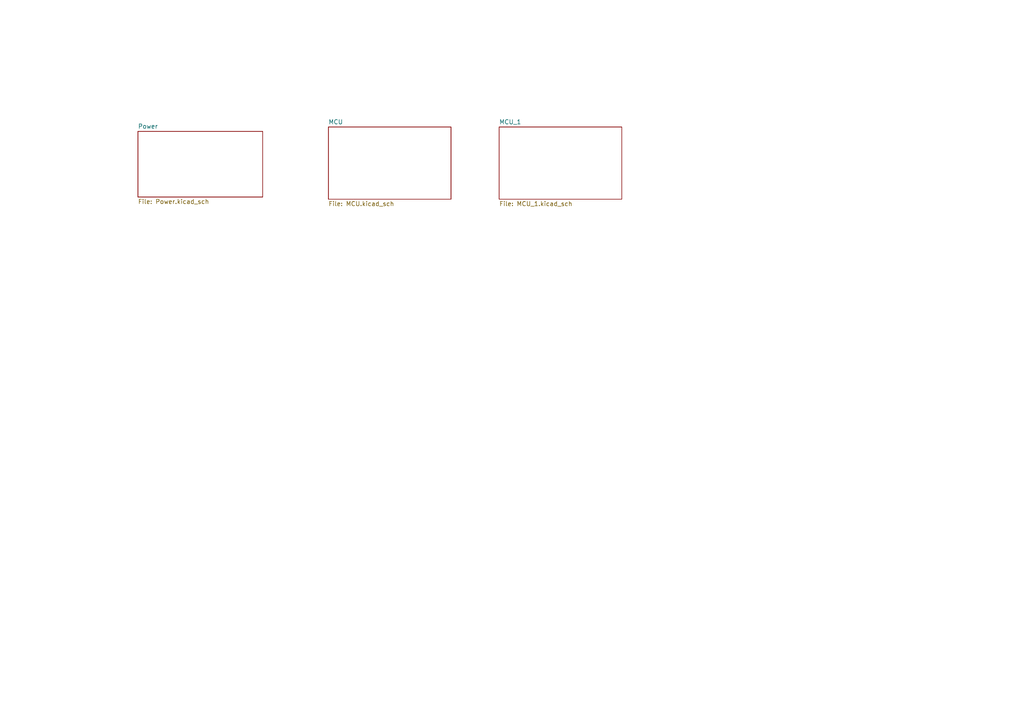
<source format=kicad_sch>
(kicad_sch (version 20211123) (generator eeschema)

  (uuid c212aae5-894d-4439-8e76-4e438911b4f8)

  (paper "A4")

  (lib_symbols
  )


  (sheet (at 95.25 36.83) (size 35.56 20.955) (fields_autoplaced)
    (stroke (width 0.1524) (type solid) (color 0 0 0 0))
    (fill (color 0 0 0 0.0000))
    (uuid 43c0cb35-7964-4b4c-bb68-16608f9b71c5)
    (property "Sheet name" "MCU" (id 0) (at 95.25 36.1184 0)
      (effects (font (size 1.27 1.27)) (justify left bottom))
    )
    (property "Sheet file" "MCU.kicad_sch" (id 1) (at 95.25 58.3696 0)
      (effects (font (size 1.27 1.27)) (justify left top))
    )
  )

  (sheet (at 40.005 38.1) (size 36.195 19.05) (fields_autoplaced)
    (stroke (width 0.1524) (type solid) (color 0 0 0 0))
    (fill (color 0 0 0 0.0000))
    (uuid 74b6f7df-3748-44c3-a5f2-484b58d43cc3)
    (property "Sheet name" "Power" (id 0) (at 40.005 37.3884 0)
      (effects (font (size 1.27 1.27)) (justify left bottom))
    )
    (property "Sheet file" "Power.kicad_sch" (id 1) (at 40.005 57.7346 0)
      (effects (font (size 1.27 1.27)) (justify left top))
    )
  )

  (sheet (at 144.78 36.83) (size 35.56 20.955) (fields_autoplaced)
    (stroke (width 0.1524) (type solid) (color 0 0 0 0))
    (fill (color 0 0 0 0.0000))
    (uuid dfffd2cd-4619-4efc-9ed5-333a57e7c91c)
    (property "Sheet name" "MCU_1" (id 0) (at 144.78 36.1184 0)
      (effects (font (size 1.27 1.27)) (justify left bottom))
    )
    (property "Sheet file" "MCU_1.kicad_sch" (id 1) (at 144.78 58.3696 0)
      (effects (font (size 1.27 1.27)) (justify left top))
    )
  )

  (sheet_instances
    (path "/" (page "1"))
    (path "/74b6f7df-3748-44c3-a5f2-484b58d43cc3" (page "2"))
    (path "/43c0cb35-7964-4b4c-bb68-16608f9b71c5" (page "3"))
    (path "/dfffd2cd-4619-4efc-9ed5-333a57e7c91c" (page "4"))
  )

  (symbol_instances
    (path "/74b6f7df-3748-44c3-a5f2-484b58d43cc3/ddff6ca0-58f5-41b0-b926-62d25fc4ff54"
      (reference "#FLG01") (unit 1) (value "PWR_FLAG") (footprint "")
    )
    (path "/74b6f7df-3748-44c3-a5f2-484b58d43cc3/feab130c-0067-4156-81fc-6a6946db51ce"
      (reference "#PWR01") (unit 1) (value "+5V") (footprint "")
    )
    (path "/74b6f7df-3748-44c3-a5f2-484b58d43cc3/8e1d27b9-af9a-47a5-ab9f-99998e767338"
      (reference "#PWR02") (unit 1) (value "+5V") (footprint "")
    )
    (path "/74b6f7df-3748-44c3-a5f2-484b58d43cc3/78480662-9809-42cb-84f1-774e0fa1a6a9"
      (reference "#PWR03") (unit 1) (value "GND") (footprint "")
    )
    (path "/74b6f7df-3748-44c3-a5f2-484b58d43cc3/a2aafaa2-4b94-49ae-826e-4a4f9776a498"
      (reference "#PWR04") (unit 1) (value "GND") (footprint "")
    )
    (path "/74b6f7df-3748-44c3-a5f2-484b58d43cc3/9fb0e82b-bfab-44ef-bfb3-6cc9623839f4"
      (reference "#PWR05") (unit 1) (value "GND") (footprint "")
    )
    (path "/74b6f7df-3748-44c3-a5f2-484b58d43cc3/08f7e544-cba4-4466-9162-2a1e6738b281"
      (reference "#PWR06") (unit 1) (value "GND") (footprint "")
    )
    (path "/74b6f7df-3748-44c3-a5f2-484b58d43cc3/ee239779-73f3-4864-b9cd-f2dc119a71d5"
      (reference "#PWR07") (unit 1) (value "+3V3") (footprint "")
    )
    (path "/74b6f7df-3748-44c3-a5f2-484b58d43cc3/900012f7-763b-4345-b7d8-b1edb28ffe07"
      (reference "#PWR08") (unit 1) (value "GND") (footprint "")
    )
    (path "/74b6f7df-3748-44c3-a5f2-484b58d43cc3/ade11efc-bba7-4866-9118-71e9b04008cf"
      (reference "#PWR09") (unit 1) (value "+5V") (footprint "")
    )
    (path "/74b6f7df-3748-44c3-a5f2-484b58d43cc3/c0fcee1e-19bf-4fa2-9195-14ef548890dd"
      (reference "#PWR010") (unit 1) (value "GND") (footprint "")
    )
    (path "/74b6f7df-3748-44c3-a5f2-484b58d43cc3/4a53ea46-ef79-48d7-b93f-358ad60569d1"
      (reference "#PWR011") (unit 1) (value "GND") (footprint "")
    )
    (path "/74b6f7df-3748-44c3-a5f2-484b58d43cc3/3d97eefc-2dd8-402e-9c2c-ee508280cc19"
      (reference "#PWR012") (unit 1) (value "GND") (footprint "")
    )
    (path "/74b6f7df-3748-44c3-a5f2-484b58d43cc3/05eb451e-945d-4e9e-877f-17fd37d20377"
      (reference "#PWR013") (unit 1) (value "VBUS") (footprint "")
    )
    (path "/74b6f7df-3748-44c3-a5f2-484b58d43cc3/3acfa0c3-ef8e-4f0a-8b1a-c0f7a6cba183"
      (reference "#PWR014") (unit 1) (value "GND") (footprint "")
    )
    (path "/74b6f7df-3748-44c3-a5f2-484b58d43cc3/e1a05f87-3ee7-430d-a111-07944b32d99e"
      (reference "#PWR015") (unit 1) (value "+5V") (footprint "")
    )
    (path "/74b6f7df-3748-44c3-a5f2-484b58d43cc3/b413b30d-6bdb-4511-86c6-c1b822e88406"
      (reference "#PWR016") (unit 1) (value "+1V8") (footprint "")
    )
    (path "/74b6f7df-3748-44c3-a5f2-484b58d43cc3/a1a104e5-46d4-4ab0-80db-163a4b42ca32"
      (reference "#PWR017") (unit 1) (value "GND") (footprint "")
    )
    (path "/74b6f7df-3748-44c3-a5f2-484b58d43cc3/26400454-eeeb-414c-aa7f-36bfe5773f34"
      (reference "#PWR018") (unit 1) (value "VBUS") (footprint "")
    )
    (path "/74b6f7df-3748-44c3-a5f2-484b58d43cc3/9131d0a9-a6eb-4080-98b3-e8de6ef33b2f"
      (reference "#PWR019") (unit 1) (value "+5V") (footprint "")
    )
    (path "/74b6f7df-3748-44c3-a5f2-484b58d43cc3/9d468dc3-0076-40bb-8499-478e905a8398"
      (reference "#PWR020") (unit 1) (value "GND") (footprint "")
    )
    (path "/74b6f7df-3748-44c3-a5f2-484b58d43cc3/0301e225-a865-4659-9451-a78056ddae2d"
      (reference "#PWR021") (unit 1) (value "+5V") (footprint "")
    )
    (path "/74b6f7df-3748-44c3-a5f2-484b58d43cc3/a06b3eec-a72a-43d1-89a7-f30febce53db"
      (reference "#PWR022") (unit 1) (value "GND") (footprint "")
    )
    (path "/74b6f7df-3748-44c3-a5f2-484b58d43cc3/2b6342c1-185e-4da7-9d5c-cfaccfa77218"
      (reference "#PWR023") (unit 1) (value "+5V") (footprint "")
    )
    (path "/74b6f7df-3748-44c3-a5f2-484b58d43cc3/ba6fa02a-f910-4ce8-93ba-f507a7433dac"
      (reference "#PWR024") (unit 1) (value "GND") (footprint "")
    )
    (path "/74b6f7df-3748-44c3-a5f2-484b58d43cc3/53816a20-1a67-4ab5-aa69-95b3b739b4f1"
      (reference "#PWR025") (unit 1) (value "+3V3") (footprint "")
    )
    (path "/74b6f7df-3748-44c3-a5f2-484b58d43cc3/1f3226fd-f247-4a96-a373-14e90ede6b20"
      (reference "#PWR026") (unit 1) (value "+1V8") (footprint "")
    )
    (path "/74b6f7df-3748-44c3-a5f2-484b58d43cc3/d5dc6215-098b-4517-af1d-1e1250696b44"
      (reference "#PWR027") (unit 1) (value "+5V") (footprint "")
    )
    (path "/74b6f7df-3748-44c3-a5f2-484b58d43cc3/5a123660-e100-4678-bd6f-eff0fc12311d"
      (reference "#PWR028") (unit 1) (value "+3V3") (footprint "")
    )
    (path "/74b6f7df-3748-44c3-a5f2-484b58d43cc3/92cfe386-930c-45dc-a420-8881e70d5116"
      (reference "#PWR029") (unit 1) (value "+1V8") (footprint "")
    )
    (path "/43c0cb35-7964-4b4c-bb68-16608f9b71c5/3915b089-9dac-4de9-af4d-42c201bbe2ad"
      (reference "#PWR030") (unit 1) (value "GND") (footprint "")
    )
    (path "/43c0cb35-7964-4b4c-bb68-16608f9b71c5/822111d7-335d-40b2-b090-77c8de4d2c85"
      (reference "#PWR031") (unit 1) (value "GND") (footprint "")
    )
    (path "/43c0cb35-7964-4b4c-bb68-16608f9b71c5/25389232-6296-4463-b46b-40786ed604ca"
      (reference "#PWR032") (unit 1) (value "GND") (footprint "")
    )
    (path "/43c0cb35-7964-4b4c-bb68-16608f9b71c5/64f2e134-2d5a-4932-8b64-7bd010cf6dda"
      (reference "#PWR033") (unit 1) (value "GND") (footprint "")
    )
    (path "/43c0cb35-7964-4b4c-bb68-16608f9b71c5/3cce0f15-0186-4f21-b4af-46af58253c36"
      (reference "#PWR034") (unit 1) (value "GND") (footprint "")
    )
    (path "/43c0cb35-7964-4b4c-bb68-16608f9b71c5/bd0c20cd-6cf2-44bc-ad69-94279bbfad04"
      (reference "#PWR035") (unit 1) (value "GND") (footprint "")
    )
    (path "/43c0cb35-7964-4b4c-bb68-16608f9b71c5/f8a4be4f-705a-43c5-bfac-4225feef7615"
      (reference "#PWR036") (unit 1) (value "GND") (footprint "")
    )
    (path "/43c0cb35-7964-4b4c-bb68-16608f9b71c5/763131d1-1010-4cdc-b410-3e8c184ea58d"
      (reference "#PWR037") (unit 1) (value "GND") (footprint "")
    )
    (path "/43c0cb35-7964-4b4c-bb68-16608f9b71c5/3efad8dd-930a-439d-b9c9-3ed1af9c0ead"
      (reference "#PWR038") (unit 1) (value "GND") (footprint "")
    )
    (path "/43c0cb35-7964-4b4c-bb68-16608f9b71c5/ca1a0c2a-5f1f-4826-9071-119ce31e5b3f"
      (reference "#PWR039") (unit 1) (value "GND") (footprint "")
    )
    (path "/43c0cb35-7964-4b4c-bb68-16608f9b71c5/339ad8ff-c2ff-4e7b-83ba-d526fd918e68"
      (reference "#PWR040") (unit 1) (value "+3V3") (footprint "")
    )
    (path "/43c0cb35-7964-4b4c-bb68-16608f9b71c5/1ef00202-f370-4de6-8d13-a9ea61768c1c"
      (reference "#PWR041") (unit 1) (value "+1V8") (footprint "")
    )
    (path "/dfffd2cd-4619-4efc-9ed5-333a57e7c91c/d0f5e0f1-becc-4f0c-9bb2-84bdff701acf"
      (reference "#PWR042") (unit 1) (value "GND") (footprint "")
    )
    (path "/dfffd2cd-4619-4efc-9ed5-333a57e7c91c/acebe1cb-cdab-47df-947b-e6b5adc837e5"
      (reference "#PWR043") (unit 1) (value "GND") (footprint "")
    )
    (path "/dfffd2cd-4619-4efc-9ed5-333a57e7c91c/753027a2-5fbc-4bc5-9c35-5f77a81e5f13"
      (reference "#PWR044") (unit 1) (value "GND") (footprint "")
    )
    (path "/dfffd2cd-4619-4efc-9ed5-333a57e7c91c/4d6b2436-4266-4e82-a4b5-a8fec400c9b4"
      (reference "#PWR045") (unit 1) (value "GND") (footprint "")
    )
    (path "/dfffd2cd-4619-4efc-9ed5-333a57e7c91c/37590092-e58c-4a06-9f06-883874e2730a"
      (reference "#PWR046") (unit 1) (value "GND") (footprint "")
    )
    (path "/dfffd2cd-4619-4efc-9ed5-333a57e7c91c/98bf8d6f-52c2-4466-8c62-18b7f1c69ad4"
      (reference "#PWR047") (unit 1) (value "GND") (footprint "")
    )
    (path "/dfffd2cd-4619-4efc-9ed5-333a57e7c91c/0b1b562b-f2cf-4352-a086-4572d95d03cf"
      (reference "#PWR048") (unit 1) (value "GND") (footprint "")
    )
    (path "/dfffd2cd-4619-4efc-9ed5-333a57e7c91c/4a79a209-98e5-4643-b0af-28b4f5bc7c9e"
      (reference "#PWR049") (unit 1) (value "GND") (footprint "")
    )
    (path "/dfffd2cd-4619-4efc-9ed5-333a57e7c91c/73013510-dc7a-4a8f-8c70-a8d52b3db569"
      (reference "#PWR050") (unit 1) (value "GND") (footprint "")
    )
    (path "/dfffd2cd-4619-4efc-9ed5-333a57e7c91c/a12f7add-4bbd-451c-a988-3b624a5cc5d3"
      (reference "#PWR051") (unit 1) (value "GND") (footprint "")
    )
    (path "/dfffd2cd-4619-4efc-9ed5-333a57e7c91c/76aeb251-8efb-40a2-899f-1cb47d8bd60f"
      (reference "#PWR052") (unit 1) (value "GND") (footprint "")
    )
    (path "/dfffd2cd-4619-4efc-9ed5-333a57e7c91c/2f0b35b0-0008-43c8-a720-8db65c528b27"
      (reference "#PWR053") (unit 1) (value "GND") (footprint "")
    )
    (path "/dfffd2cd-4619-4efc-9ed5-333a57e7c91c/da1f3f9e-42fe-4242-b8fb-1674d633d924"
      (reference "#PWR054") (unit 1) (value "GND") (footprint "")
    )
    (path "/74b6f7df-3748-44c3-a5f2-484b58d43cc3/9b978ca3-43f1-4097-ab17-17544685158e"
      (reference "C1") (unit 1) (value "100uF") (footprint "Capacitor_SMD:CP_Elec_8x10.5")
    )
    (path "/74b6f7df-3748-44c3-a5f2-484b58d43cc3/da98ca34-841a-46ef-a47f-b21298d0657c"
      (reference "C2") (unit 1) (value "10uF") (footprint "Capacitor_Tantalum_SMD:CP_EIA-6032-28_Kemet-C")
    )
    (path "/74b6f7df-3748-44c3-a5f2-484b58d43cc3/0350f64c-f720-4a8a-aa62-5e7503f2e1ea"
      (reference "C3") (unit 1) (value "0.1uF") (footprint "Capacitor_SMD:C_0603_1608Metric")
    )
    (path "/74b6f7df-3748-44c3-a5f2-484b58d43cc3/67f78e96-ba2e-440c-a1df-b21511060706"
      (reference "C4") (unit 1) (value "100uF") (footprint "Capacitor_Tantalum_SMD:CP_EIA-6032-28_Kemet-C")
    )
    (path "/74b6f7df-3748-44c3-a5f2-484b58d43cc3/da1a2413-818e-4666-bbf9-c6df7c374c67"
      (reference "C5") (unit 1) (value "10uF") (footprint "Capacitor_Tantalum_SMD:CP_EIA-6032-28_Kemet-C")
    )
    (path "/74b6f7df-3748-44c3-a5f2-484b58d43cc3/9935cf8f-4a10-4773-8ca6-51b9098fd066"
      (reference "C6") (unit 1) (value "120uF") (footprint "Capacitor_Tantalum_SMD:CP_EIA-6032-28_Kemet-C")
    )
    (path "/74b6f7df-3748-44c3-a5f2-484b58d43cc3/dddfb729-6662-43a8-aeb7-9a7caaf925ee"
      (reference "C7") (unit 1) (value "220uF") (footprint "Capacitor_Tantalum_SMD:CP_EIA-6032-28_Kemet-C")
    )
    (path "/74b6f7df-3748-44c3-a5f2-484b58d43cc3/72541643-1bbf-4eee-b5a8-32f76870f95f"
      (reference "C8") (unit 1) (value "100nF") (footprint "Capacitor_SMD:C_0603_1608Metric")
    )
    (path "/74b6f7df-3748-44c3-a5f2-484b58d43cc3/2af77866-ea88-40fe-823f-d000a5118622"
      (reference "C9") (unit 1) (value "100uF") (footprint "Capacitor_Tantalum_SMD:CP_EIA-6032-28_Kemet-C")
    )
    (path "/43c0cb35-7964-4b4c-bb68-16608f9b71c5/bfbecf33-52cc-4962-ab7e-2709fcf7e9ba"
      (reference "C10") (unit 1) (value "4.7uF") (footprint "Capacitor_SMD:C_0603_1608Metric")
    )
    (path "/43c0cb35-7964-4b4c-bb68-16608f9b71c5/7be282a0-8c1f-41ad-a8aa-41c63455816c"
      (reference "C11") (unit 1) (value "22uF") (footprint "Capacitor_SMD:C_0603_1608Metric")
    )
    (path "/43c0cb35-7964-4b4c-bb68-16608f9b71c5/d85d40d6-b401-47c3-bcb0-5b3824b7e7bb"
      (reference "C12") (unit 1) (value "47pF") (footprint "Resistor_SMD:R_0603_1608Metric")
    )
    (path "/43c0cb35-7964-4b4c-bb68-16608f9b71c5/4602ebb3-4dec-4b53-96e8-b9258cef5298"
      (reference "C13") (unit 1) (value "0.1uF") (footprint "Capacitor_SMD:C_0603_1608Metric")
    )
    (path "/43c0cb35-7964-4b4c-bb68-16608f9b71c5/e1a14cda-b9b1-4cfb-9ef1-495df19a6951"
      (reference "C14") (unit 1) (value "100nF") (footprint "Capacitor_SMD:C_0603_1608Metric")
    )
    (path "/43c0cb35-7964-4b4c-bb68-16608f9b71c5/ecae9f28-66c3-4267-8862-f16022add7c7"
      (reference "C15") (unit 1) (value "10nF") (footprint "Capacitor_SMD:C_0603_1608Metric")
    )
    (path "/43c0cb35-7964-4b4c-bb68-16608f9b71c5/8f2c12b9-c479-4c03-b00e-7a494992d07c"
      (reference "C16") (unit 1) (value "47pF") (footprint "Capacitor_SMD:C_0603_1608Metric")
    )
    (path "/43c0cb35-7964-4b4c-bb68-16608f9b71c5/e7d469be-2de0-4a4b-b57d-1ba9df4cbd89"
      (reference "C17") (unit 1) (value "0.1uF") (footprint "Capacitor_SMD:C_0603_1608Metric")
    )
    (path "/43c0cb35-7964-4b4c-bb68-16608f9b71c5/0a280521-c470-476f-9ddc-7bc676b13053"
      (reference "C18") (unit 1) (value "10nF") (footprint "Capacitor_SMD:C_0603_1608Metric")
    )
    (path "/43c0cb35-7964-4b4c-bb68-16608f9b71c5/4fe608ff-9e77-44ab-bd36-1731c4260ba2"
      (reference "C19") (unit 1) (value "0.1uF") (footprint "Capacitor_SMD:C_0603_1608Metric")
    )
    (path "/43c0cb35-7964-4b4c-bb68-16608f9b71c5/e8a7182a-f603-4508-a004-6cad347c7835"
      (reference "C20") (unit 1) (value "0.1uF") (footprint "Capacitor_SMD:C_0603_1608Metric")
    )
    (path "/43c0cb35-7964-4b4c-bb68-16608f9b71c5/f3884dde-a5aa-4fa4-a85c-5572f854ec10"
      (reference "C21") (unit 1) (value "10nF") (footprint "Capacitor_SMD:C_0603_1608Metric")
    )
    (path "/43c0cb35-7964-4b4c-bb68-16608f9b71c5/dbde9f69-66c6-48e4-959e-fdedd1de350a"
      (reference "C22") (unit 1) (value "0.1uF") (footprint "Capacitor_SMD:C_0603_1608Metric")
    )
    (path "/43c0cb35-7964-4b4c-bb68-16608f9b71c5/669c301a-7946-4dd6-957b-a0e8ea4f6599"
      (reference "C23") (unit 1) (value "22uF") (footprint "Capacitor_SMD:C_0603_1608Metric")
    )
    (path "/43c0cb35-7964-4b4c-bb68-16608f9b71c5/22d3a78b-a3cf-471f-a007-7ae98af579b0"
      (reference "C24") (unit 1) (value "10nF") (footprint "Capacitor_SMD:C_0603_1608Metric")
    )
    (path "/43c0cb35-7964-4b4c-bb68-16608f9b71c5/9ed06aa8-1409-4aa1-80a7-57a26a57b031"
      (reference "C25") (unit 1) (value "47pF") (footprint "Capacitor_SMD:C_0603_1608Metric")
    )
    (path "/43c0cb35-7964-4b4c-bb68-16608f9b71c5/488b11b0-2854-41fb-8ce8-503d727b94d8"
      (reference "C26") (unit 1) (value "100nF") (footprint "Capacitor_SMD:C_0603_1608Metric")
    )
    (path "/43c0cb35-7964-4b4c-bb68-16608f9b71c5/261f00f8-44a8-4cde-b07e-e15b1989c804"
      (reference "C27") (unit 1) (value "2.2uF") (footprint "Capacitor_SMD:C_0603_1608Metric")
    )
    (path "/43c0cb35-7964-4b4c-bb68-16608f9b71c5/a910d2fd-5e6f-447b-98f2-d41e66c34877"
      (reference "C28") (unit 1) (value "47pF") (footprint "Capacitor_SMD:C_0603_1608Metric")
    )
    (path "/43c0cb35-7964-4b4c-bb68-16608f9b71c5/b0270ea6-6139-48e7-ba65-e0f31be6b9c9"
      (reference "C29") (unit 1) (value "0.1uF") (footprint "Capacitor_SMD:C_0603_1608Metric")
    )
    (path "/dfffd2cd-4619-4efc-9ed5-333a57e7c91c/7cb6135e-4458-4e86-835d-101c1206c475"
      (reference "C30") (unit 1) (value "10uF") (footprint "Capacitor_SMD:C_0603_1608Metric")
    )
    (path "/dfffd2cd-4619-4efc-9ed5-333a57e7c91c/d6b7fdeb-ff6d-4f8e-82d3-38d99ed1bd5d"
      (reference "C31") (unit 1) (value "10uF") (footprint "Capacitor_SMD:C_0603_1608Metric")
    )
    (path "/dfffd2cd-4619-4efc-9ed5-333a57e7c91c/7768467c-968b-4d2b-a245-fe60ddc65452"
      (reference "C32") (unit 1) (value "18pF") (footprint "Capacitor_SMD:C_0603_1608Metric")
    )
    (path "/dfffd2cd-4619-4efc-9ed5-333a57e7c91c/2d9e8734-f2cb-4df6-87cd-30aebd9041bd"
      (reference "C33") (unit 1) (value "18pF") (footprint "Capacitor_SMD:C_0603_1608Metric")
    )
    (path "/74b6f7df-3748-44c3-a5f2-484b58d43cc3/9fc2f51b-d443-4648-9fe2-7c1de1733dfa"
      (reference "D1") (unit 1) (value "PMEG3050BEP") (footprint "Diode_SMD:D_SOD-128")
    )
    (path "/74b6f7df-3748-44c3-a5f2-484b58d43cc3/5897dfcc-1151-43cf-bf24-443a731f2237"
      (reference "D2") (unit 1) (value "LED") (footprint "LED_SMD:LED_0805_2012Metric")
    )
    (path "/74b6f7df-3748-44c3-a5f2-484b58d43cc3/f666310f-6ac3-4240-9967-d3b1dc11af4b"
      (reference "D3") (unit 1) (value "LED") (footprint "LED_SMD:LED_0805_2012Metric")
    )
    (path "/74b6f7df-3748-44c3-a5f2-484b58d43cc3/97cacc30-3069-4fd5-a52a-19035d3c481a"
      (reference "D4") (unit 1) (value "LED") (footprint "LED_SMD:LED_0805_2012Metric")
    )
    (path "/74b6f7df-3748-44c3-a5f2-484b58d43cc3/a809ef78-2331-4c99-88c7-385c01ff0c51"
      (reference "D5") (unit 1) (value "LED") (footprint "LED_SMD:LED_0805_2012Metric")
    )
    (path "/74b6f7df-3748-44c3-a5f2-484b58d43cc3/12983415-7837-4d51-8b02-2296b8606037"
      (reference "J1") (unit 1) (value "VBus-Select") (footprint "Connector_PinHeader_2.54mm:PinHeader_1x03_P2.54mm_Vertical")
    )
    (path "/74b6f7df-3748-44c3-a5f2-484b58d43cc3/33e2c5c4-64e8-421d-9b4d-9c5f3730afa1"
      (reference "J2") (unit 1) (value "USB_B_Micro") (footprint "Connector_USB:USB_Micro-B_Molex_47346-0001")
    )
    (path "/74b6f7df-3748-44c3-a5f2-484b58d43cc3/fe4423ae-6f1d-435d-b48c-402158b5ff95"
      (reference "J3") (unit 1) (value "DC_IN") (footprint "erkan-hw-lib:DC-JACK-5.5x2.1")
    )
    (path "/43c0cb35-7964-4b4c-bb68-16608f9b71c5/de1252c5-22cc-4d8a-882a-fd5056f9b771"
      (reference "J4") (unit 1) (value "ADC_EXT_SUPPLY") (footprint "Connector_PinHeader_2.54mm:PinHeader_1x03_P2.54mm_Vertical")
    )
    (path "/43c0cb35-7964-4b4c-bb68-16608f9b71c5/5403c6a9-e814-42ad-96a4-32feba917967"
      (reference "J5") (unit 1) (value "MCU_V_SEL") (footprint "Connector_PinHeader_2.54mm:PinHeader_1x03_P2.54mm_Vertical")
    )
    (path "/dfffd2cd-4619-4efc-9ed5-333a57e7c91c/d249a9d3-fb9e-41b2-b442-a5c24ed84786"
      (reference "J6") (unit 1) (value "USB_B_Micro") (footprint "Connector_USB:USB_Micro-B_Molex_47346-0001")
    )
    (path "/dfffd2cd-4619-4efc-9ed5-333a57e7c91c/7b97897e-a9fd-4910-93c2-4236133bb982"
      (reference "J7") (unit 1) (value "USB_B_Micro") (footprint "Connector_USB:USB_Micro-B_Molex_47346-0001")
    )
    (path "/dfffd2cd-4619-4efc-9ed5-333a57e7c91c/6bb606bf-41db-4cb9-a141-b64abd69daa7"
      (reference "J8") (unit 1) (value "JLink-1") (footprint "Connector_PinHeader_1.27mm:PinHeader_2x05_P1.27mm_Vertical")
    )
    (path "/dfffd2cd-4619-4efc-9ed5-333a57e7c91c/06076a73-3c12-4fde-8c0e-8a9b0457908c"
      (reference "J9") (unit 1) (value "JLink-2") (footprint "Connector_IDC:IDC-Header_2x05_P2.54mm_Vertical")
    )
    (path "/dfffd2cd-4619-4efc-9ed5-333a57e7c91c/ad5acd6c-8b7d-400f-a5ce-0c6d633d4b9e"
      (reference "J10") (unit 1) (value "Conn_02x20") (footprint "Connector_PinSocket_2.54mm:PinSocket_2x20_P2.54mm_Vertical")
    )
    (path "/dfffd2cd-4619-4efc-9ed5-333a57e7c91c/1895a7fb-266a-42fe-affa-08d006718b2c"
      (reference "J11") (unit 1) (value "Conn_02x20") (footprint "Connector_PinSocket_2.54mm:PinSocket_2x20_P2.54mm_Vertical")
    )
    (path "/74b6f7df-3748-44c3-a5f2-484b58d43cc3/d92719c0-7c6f-439a-85b3-d7695cbe7956"
      (reference "L1") (unit 1) (value "SRR1280A") (footprint "Inductor_SMD:L_Bourns_SRR1260")
    )
    (path "/43c0cb35-7964-4b4c-bb68-16608f9b71c5/28d44ed5-46e4-45a6-97d3-6c1bf08fd063"
      (reference "L2") (unit 1) (value "4.7uH") (footprint "Inductor_SMD:L_0805_2012Metric")
    )
    (path "/74b6f7df-3748-44c3-a5f2-484b58d43cc3/895dc068-e6de-4e38-9666-5af4502f42ea"
      (reference "R1") (unit 1) (value "47k") (footprint "Resistor_SMD:R_0603_1608Metric")
    )
    (path "/74b6f7df-3748-44c3-a5f2-484b58d43cc3/d86e8657-2066-4d2d-9f9e-d561459c07ae"
      (reference "R2") (unit 1) (value "100k") (footprint "Resistor_SMD:R_0603_1608Metric")
    )
    (path "/74b6f7df-3748-44c3-a5f2-484b58d43cc3/0a72a516-9892-4eee-a619-d16282d37595"
      (reference "R3") (unit 1) (value "0 Ohm") (footprint "Resistor_SMD:R_0603_1608Metric")
    )
    (path "/74b6f7df-3748-44c3-a5f2-484b58d43cc3/7419f4f6-7d90-45d9-ae44-27e5ee3d5d6a"
      (reference "R4") (unit 1) (value "1.2k Ohm") (footprint "Resistor_SMD:R_0603_1608Metric")
    )
    (path "/74b6f7df-3748-44c3-a5f2-484b58d43cc3/15034525-0f3b-42c1-8ead-b5c16feee701"
      (reference "R5") (unit 1) (value "220 Ohm") (footprint "Resistor_SMD:R_0603_1608Metric")
    )
    (path "/74b6f7df-3748-44c3-a5f2-484b58d43cc3/3125d492-feb0-4c85-8303-706881130e4e"
      (reference "R6") (unit 1) (value "68 Ohm") (footprint "Resistor_SMD:R_0603_1608Metric")
    )
    (path "/43c0cb35-7964-4b4c-bb68-16608f9b71c5/cb22c3f0-f3a9-4cbb-8688-e9abe5ada1ec"
      (reference "R7") (unit 1) (value "0") (footprint "Resistor_SMD:R_0603_1608Metric")
    )
    (path "/43c0cb35-7964-4b4c-bb68-16608f9b71c5/5a4b1175-8469-462b-b282-ede5fb803afb"
      (reference "R8") (unit 1) (value "0") (footprint "Resistor_SMD:R_0603_1608Metric")
    )
    (path "/43c0cb35-7964-4b4c-bb68-16608f9b71c5/922e3218-3ef6-4f1d-be27-428338399043"
      (reference "R9") (unit 1) (value "0") (footprint "Resistor_SMD:R_0603_1608Metric")
    )
    (path "/43c0cb35-7964-4b4c-bb68-16608f9b71c5/2293bb86-bd55-4f9e-86f9-1b0b8ca757c1"
      (reference "R10") (unit 1) (value "0") (footprint "Resistor_SMD:R_0603_1608Metric")
    )
    (path "/dfffd2cd-4619-4efc-9ed5-333a57e7c91c/d797e6d4-c3e7-4c65-aa1a-1c6c3830928c"
      (reference "R11") (unit 1) (value "2.2k") (footprint "Resistor_SMD:R_0603_1608Metric")
    )
    (path "/dfffd2cd-4619-4efc-9ed5-333a57e7c91c/35a4796e-3d12-4128-ad16-9d349aa02810"
      (reference "R12") (unit 1) (value "330k") (footprint "Resistor_SMD:R_0603_1608Metric")
    )
    (path "/dfffd2cd-4619-4efc-9ed5-333a57e7c91c/fc272fed-c9de-4b9b-bbaf-38be34645b0c"
      (reference "R13") (unit 1) (value "100k") (footprint "Resistor_SMD:R_0603_1608Metric")
    )
    (path "/dfffd2cd-4619-4efc-9ed5-333a57e7c91c/5169a6f7-e0f0-4e62-917b-e03866e8c739"
      (reference "R14") (unit 1) (value "100") (footprint "Resistor_SMD:R_0603_1608Metric")
    )
    (path "/dfffd2cd-4619-4efc-9ed5-333a57e7c91c/fa94d19c-7f58-4161-b4ff-a4122794285b"
      (reference "R15") (unit 1) (value "0") (footprint "Resistor_SMD:R_0603_1608Metric")
    )
    (path "/dfffd2cd-4619-4efc-9ed5-333a57e7c91c/52c59686-fdc3-483b-8e5b-adee80952637"
      (reference "R16") (unit 1) (value "0") (footprint "Resistor_SMD:R_0603_1608Metric")
    )
    (path "/dfffd2cd-4619-4efc-9ed5-333a57e7c91c/69348682-8707-48d7-a79c-f45404a4658d"
      (reference "R17") (unit 1) (value "100k") (footprint "Resistor_SMD:R_0603_1608Metric")
    )
    (path "/dfffd2cd-4619-4efc-9ed5-333a57e7c91c/3dde25ce-165b-4086-9784-1ae062df1435"
      (reference "R18") (unit 1) (value "100k") (footprint "Resistor_SMD:R_0603_1608Metric")
    )
    (path "/dfffd2cd-4619-4efc-9ed5-333a57e7c91c/7aca544e-8a76-4bb5-a2f7-3b4ff1519715"
      (reference "R19") (unit 1) (value "100k") (footprint "Resistor_SMD:R_0603_1608Metric")
    )
    (path "/dfffd2cd-4619-4efc-9ed5-333a57e7c91c/cbfc5e0b-08ee-497e-a725-b3abd766f46b"
      (reference "R20") (unit 1) (value "100k") (footprint "Resistor_SMD:R_0603_1608Metric")
    )
    (path "/dfffd2cd-4619-4efc-9ed5-333a57e7c91c/2b78f8ef-280f-4b4b-82cf-0f7f4e167b5d"
      (reference "R21") (unit 1) (value "100k") (footprint "Resistor_SMD:R_0603_1608Metric")
    )
    (path "/dfffd2cd-4619-4efc-9ed5-333a57e7c91c/55c71429-558a-41ce-a0e3-524a8684cfd7"
      (reference "R22") (unit 1) (value "100") (footprint "Resistor_SMD:R_0603_1608Metric")
    )
    (path "/dfffd2cd-4619-4efc-9ed5-333a57e7c91c/fffb861a-1b9d-4ef0-b978-f38546ad4dd9"
      (reference "SW1") (unit 1) (value "ISP") (footprint "Button_Switch_SMD:SW_SPST_PTS645")
    )
    (path "/dfffd2cd-4619-4efc-9ed5-333a57e7c91c/87aea581-07ec-4726-8ad5-471abf6f8e6a"
      (reference "SW2") (unit 1) (value "WAKE") (footprint "Button_Switch_SMD:SW_SPST_PTS645")
    )
    (path "/dfffd2cd-4619-4efc-9ed5-333a57e7c91c/a25df4dc-f469-4224-a3f1-0acfa34e2fc9"
      (reference "SW3") (unit 1) (value "USER") (footprint "Button_Switch_SMD:SW_SPST_PTS645")
    )
    (path "/dfffd2cd-4619-4efc-9ed5-333a57e7c91c/39dba1c5-4bfe-41fe-9617-21f54cccb2a7"
      (reference "SW4") (unit 1) (value "MCU_RESET") (footprint "Button_Switch_SMD:SW_SPST_PTS645")
    )
    (path "/74b6f7df-3748-44c3-a5f2-484b58d43cc3/081a8665-82c8-4f21-bcc5-c4339f3fc936"
      (reference "TP1") (unit 1) (value "TP_GND") (footprint "TestPoint:TestPoint_Pad_D1.0mm")
    )
    (path "/74b6f7df-3748-44c3-a5f2-484b58d43cc3/ba7270f9-069d-4c6e-b476-73b182db95a2"
      (reference "TP2") (unit 1) (value "TP_5V_EXT") (footprint "TestPoint:TestPoint_Pad_D1.0mm")
    )
    (path "/74b6f7df-3748-44c3-a5f2-484b58d43cc3/b95d72ea-4637-48c5-ad60-b7aaa9661e13"
      (reference "TP3") (unit 1) (value "TP_3V3") (footprint "TestPoint:TestPoint_Pad_D1.0mm")
    )
    (path "/74b6f7df-3748-44c3-a5f2-484b58d43cc3/80357a58-32f6-4e90-87a2-6303406c4b56"
      (reference "TP4") (unit 1) (value "TP_5V") (footprint "TestPoint:TestPoint_Pad_D1.0mm")
    )
    (path "/74b6f7df-3748-44c3-a5f2-484b58d43cc3/abca65c4-0e99-4cc7-a5e0-f6d195a95d32"
      (reference "TP5") (unit 1) (value "TP_1V8") (footprint "TestPoint:TestPoint_Pad_D1.0mm")
    )
    (path "/74b6f7df-3748-44c3-a5f2-484b58d43cc3/098b81a8-6c3f-452e-b1f1-bb4e2c208eca"
      (reference "TP6") (unit 1) (value "TP_VIN") (footprint "TestPoint:TestPoint_Pad_D1.0mm")
    )
    (path "/74b6f7df-3748-44c3-a5f2-484b58d43cc3/8fea55e0-53e8-430e-97f6-5e33c8f2c443"
      (reference "U1") (unit 1) (value "TPS2552DBVR") (footprint "erkan-hw-lib:TPS2552DBVR")
    )
    (path "/74b6f7df-3748-44c3-a5f2-484b58d43cc3/ecb081dc-0fba-48e4-8d29-4fe891afe390"
      (reference "U2") (unit 1) (value "LM1117-3.3") (footprint "Package_TO_SOT_SMD:SOT-223-3_TabPin2")
    )
    (path "/74b6f7df-3748-44c3-a5f2-484b58d43cc3/91637f33-8d39-4e4d-a823-883f0357b3a6"
      (reference "U3") (unit 1) (value "LM2596S-5") (footprint "Package_TO_SOT_SMD:TO-263-5_TabPin3")
    )
    (path "/74b6f7df-3748-44c3-a5f2-484b58d43cc3/a2c7babe-953d-4bfe-9106-059c2accdb80"
      (reference "U4") (unit 1) (value "LM1117-1.8") (footprint "Package_TO_SOT_SMD:SOT-223-3_TabPin2")
    )
    (path "/dfffd2cd-4619-4efc-9ed5-333a57e7c91c/4a4fc8ee-bdbd-4975-94db-a8c16d29f271"
      (reference "U5") (unit 1) (value "LPC55S28JBD100") (footprint "erkan-hw-lib:HLQFP100")
    )
    (path "/43c0cb35-7964-4b4c-bb68-16608f9b71c5/c37579ac-a55a-4f7c-b460-12c3f581a24f"
      (reference "U5") (unit 2) (value "LPC55S28JBD100") (footprint "erkan-hw-lib:HLQFP100")
    )
    (path "/43c0cb35-7964-4b4c-bb68-16608f9b71c5/0b29da42-8f8b-4a64-9e4d-31addbfcbd7b"
      (reference "U5") (unit 3) (value "LPC55S28JBD100") (footprint "erkan-hw-lib:HLQFP100")
    )
    (path "/dfffd2cd-4619-4efc-9ed5-333a57e7c91c/cb7832ba-451d-4889-a2c4-bebc92fa0f96"
      (reference "Y1") (unit 1) (value "16MHz") (footprint "Crystal:Crystal_SMD_HC49-SD")
    )
  )
)

</source>
